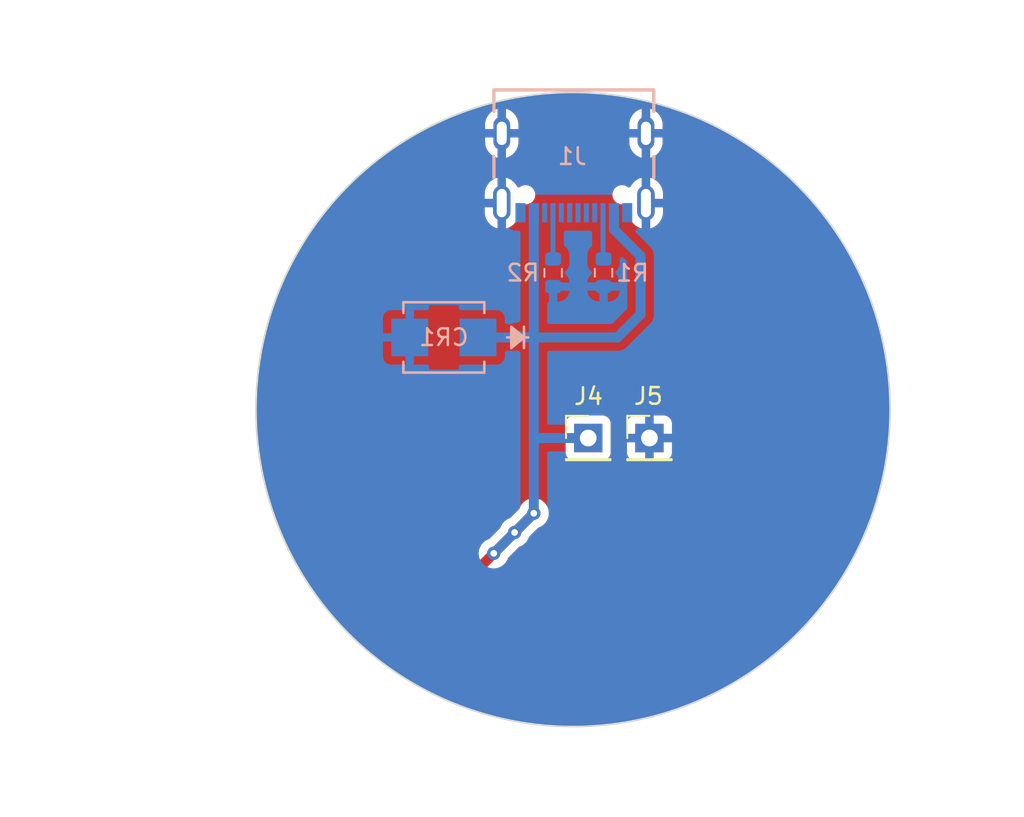
<source format=kicad_pcb>
(kicad_pcb (version 20221018) (generator pcbnew)
  (layers (0 "F.Cu" signal) (31 "B.Cu" signal) (34 "B.Paste" user) (35 "F.Paste" user) (36 "B.SilkS" user "B.Silkscreen") (37 "F.SilkS" user "F.Silkscreen") (38 "B.Mask" user) (39 "F.Mask" user) (44 "Edge.Cuts" user))
  (net 0 "")
  (net 1 "Net-(J2-Pin_1)")
  (net 2 "GND")
  (net 8 "Net-(J1-CC1)")
  (net 10 "Net-(J1-CC2)")
  (footprint "power_pad:power_pad_5mm" (layer "F.Cu") (at 144.86 111.8)
    (fp_text reference "J2" hide)
    (fp_text value "Charging Pad+")
    (pad "1" smd circle (at 0.45 -7.09) (size 5 5) (layers "F.Cu" "F.Paste" "F.Mask") (net 1 "Net-(J2-Pin_1)"))
  )
  (footprint "power_pad:power_pad_5mm" (layer "F.Cu") (at 164.34 103.5)
    (fp_text reference "J3" hide)
    (fp_text value "Charging Pad-")
    (pad "1" smd circle (at -4.57 1.16) (size 5 5) (layers "F.Cu" "F.Paste" "F.Mask") (net 2 "GND"))
  )
  (footprint "Connector_PinHeader_2.54mm:PinHeader_1x01_P2.54mm_Vertical" (layer "F.Cu") (at 157.09 95.35)
    (fp_text reference "J5" (at -0.06 -2.51) (layer "F.SilkS"))
    (fp_text value "Charging Pad+" hide)
    (fp_line (start -1.33 -1.33) (end 0 -1.33) (stroke (width 0.12)) (layer "F.SilkS"))
    (fp_line (start -1.33 0) (end -1.33 -1.33) (stroke (width 0.12)) (layer "F.SilkS"))
    (fp_line (start -1.33 1.27) (end -1.33 1.33) (stroke (width 0.12)) (layer "F.SilkS"))
    (fp_line (start -1.33 1.27) (end 1.33 1.27) (stroke (width 0.12)) (layer "F.SilkS"))
    (fp_line (start -1.33 1.33) (end 1.33 1.33) (stroke (width 0.12)) (layer "F.SilkS"))
    (fp_line (start 1.33 1.27) (end 1.33 1.33) (stroke (width 0.12)) (layer "F.SilkS"))
    (pad "1" thru_hole rect (at 0 0) (size 1.7 1.7) (drill 1) (layers "*.Cu" "*.Mask") (net 2 "GND"))
  )
  (footprint "Connector_PinHeader_2.54mm:PinHeader_1x01_P2.54mm_Vertical" (layer "F.Cu") (at 153.42 95.35)
    (fp_text reference "J4" (at 0.02 -2.5) (layer "F.SilkS"))
    (fp_text value "Charging Pad+" hide)
    (fp_line (start -1.33 -1.33) (end 0 -1.33) (stroke (width 0.12)) (layer "F.SilkS"))
    (fp_line (start -1.33 0) (end -1.33 -1.33) (stroke (width 0.12)) (layer "F.SilkS"))
    (fp_line (start -1.33 1.27) (end -1.33 1.33) (stroke (width 0.12)) (layer "F.SilkS"))
    (fp_line (start -1.33 1.27) (end 1.33 1.27) (stroke (width 0.12)) (layer "F.SilkS"))
    (fp_line (start -1.33 1.33) (end 1.33 1.33) (stroke (width 0.12)) (layer "F.SilkS"))
    (fp_line (start 1.33 1.27) (end 1.33 1.33) (stroke (width 0.12)) (layer "F.SilkS"))
    (pad "1" thru_hole rect (at 0 0) (size 1.7 1.7) (drill 1) (layers "*.Cu" "*.Mask") (net 1 "Net-(J2-Pin_1)"))
  )
  (footprint "USB4105-GF-A:GCT_USB4105-GF-A" (layer "B.Cu") (at 152.56 77.09)
    (fp_text reference "J1" (at -0.1 1.38) (layer "B.SilkS") (effects (justify mirror)))
    (fp_text value "USB4105-GF-A" hide)
    (fp_line (start -4.79 -2.6) (end 4.79 -2.6) (stroke (width 0.2)) (layer "B.SilkS"))
    (fp_line (start -4.79 -1.32) (end -4.79 -2.6) (stroke (width 0.2)) (layer "B.SilkS"))
    (fp_line (start -4.79 2.65) (end -4.79 1.4) (stroke (width 0.2)) (layer "B.SilkS"))
    (fp_line (start 4.79 -2.6) (end 4.79 -1.32) (stroke (width 0.2)) (layer "B.SilkS"))
    (fp_line (start 4.79 2.65) (end 4.79 1.4) (stroke (width 0.2)) (layer "B.SilkS"))
    (pad "" np_thru_hole circle (at -2.89 3.68) (size 0.65 0.65) (drill 0.65) (layers "*.Cu" "*.Mask"))
    (pad "" np_thru_hole circle (at 2.89 3.68) (size 0.65 0.65) (drill 0.65) (layers "*.Cu" "*.Mask"))
    (pad "A1_B12" smd rect (at -3.2 4.755) (size 0.6 1.15) (layers "B.Cu" "B.Paste" "B.Mask") (net 2 "GND"))
    (pad "A4_B9" smd rect (at -2.4 4.755) (size 0.6 1.15) (layers "B.Cu" "B.Paste" "B.Mask") (net 1 "Net-(J2-Pin_1)"))
    (pad "A5" smd rect (at -1.25 4.755) (size 0.3 1.15) (layers "B.Cu" "B.Paste" "B.Mask") (net 8 "Net-(J1-CC1)"))
    (pad "A6" smd rect (at -0.25 4.755) (size 0.3 1.15) (layers "B.Cu" "B.Paste" "B.Mask"))
    (pad "A7" smd rect (at 0.25 4.755) (size 0.3 1.15) (layers "B.Cu" "B.Paste" "B.Mask"))
    (pad "A8" smd rect (at 1.25 4.755) (size 0.3 1.15) (layers "B.Cu" "B.Paste" "B.Mask"))
    (pad "B1_A12" smd rect (at 3.2 4.755) (size 0.6 1.15) (layers "B.Cu" "B.Paste" "B.Mask") (net 2 "GND"))
    (pad "B4_A9" smd rect (at 2.4 4.755) (size 0.6 1.15) (layers "B.Cu" "B.Paste" "B.Mask") (net 1 "Net-(J2-Pin_1)"))
    (pad "B5" smd rect (at 1.75 4.755) (size 0.3 1.15) (layers "B.Cu" "B.Paste" "B.Mask") (net 10 "Net-(J1-CC2)"))
    (pad "B6" smd rect (at 0.75 4.755) (size 0.3 1.15) (layers "B.Cu" "B.Paste" "B.Mask"))
    (pad "B7" smd rect (at -0.75 4.755) (size 0.3 1.15) (layers "B.Cu" "B.Paste" "B.Mask"))
    (pad "B8" smd rect (at -1.75 4.755) (size 0.3 1.15) (layers "B.Cu" "B.Paste" "B.Mask"))
    (pad "S1" thru_hole oval (at -4.32 4.18) (size 1.05 2.1) (drill oval 0.6 1.7) (layers "*.Cu" "*.Mask") (net 2 "GND"))
    (pad "S2" thru_hole oval (at -4.32 0) (size 1 2) (drill oval 0.6 1.4) (layers "*.Cu" "*.Mask") (net 2 "GND"))
    (pad "S3" thru_hole oval (at 4.32 0) (size 1 2) (drill oval 0.6 1.4) (layers "*.Cu" "*.Mask") (net 2 "GND"))
    (pad "S4" thru_hole oval (at 4.32 4.18) (size 1.05 2.1) (drill oval 0.6 1.7) (layers "*.Cu" "*.Mask") (net 2 "GND"))
  )
  (footprint "Resistor_SMD:R_0603_1608Metric" (layer "B.Cu") (at 154.34 85.445 -90)
    (fp_text reference "R1" (at 0.015 -1.73) (layer "B.SilkS") (effects (justify mirror)))
    (fp_text value "5.1k" hide)
    (fp_line (start -0.237258 -0.5225) (end 0.237258 -0.5225) (stroke (width 0.12)) (layer "B.SilkS"))
    (fp_line (start -0.237258 0.5225) (end 0.237258 0.5225) (stroke (width 0.12)) (layer "B.SilkS"))
    (pad "1" smd roundrect (at -0.825 0 270) (size 0.8 0.95) (layers "B.Cu" "B.Paste" "B.Mask") (net 10 "Net-(J1-CC2)"))
    (pad "2" smd roundrect (at 0.825 0 270) (size 0.8 0.95) (layers "B.Cu" "B.Paste" "B.Mask") (net 2 "GND"))
  )
  (footprint "SMBJ5-0A-TR:SMB_STM" (layer "B.Cu") (at 144.77 89.32 180)
    (fp_text reference "CR1" (at 0 0 unlocked) (layer "B.SilkS") (effects (justify mirror)))
    (fp_text value "SMBJ5.0A-TR")
    (fp_line (start -4.8006 0) (end -4.0386 -0.635) (stroke (width 0.1524)) (layer "B.SilkS"))
    (fp_line (start -4.8006 0) (end -4.0386 -0.508) (stroke (width 0.1524)) (layer "B.SilkS"))
    (fp_line (start -4.8006 0) (end -4.0386 -0.381) (stroke (width 0.1524)) (layer "B.SilkS"))
    (fp_line (start -4.8006 0) (end -4.0386 -0.254) (stroke (width 0.1524)) (layer "B.SilkS"))
    (fp_line (start -4.8006 0) (end -4.0386 -0.127) (stroke (width 0.1524)) (layer "B.SilkS"))
    (fp_line (start -4.8006 0) (end -4.0386 0.127) (stroke (width 0.1524)) (layer "B.SilkS"))
    (fp_line (start -4.8006 0) (end -4.0386 0.254) (stroke (width 0.1524)) (layer "B.SilkS"))
    (fp_line (start -4.8006 0) (end -4.0386 0.381) (stroke (width 0.1524)) (layer "B.SilkS"))
    (fp_line (start -4.8006 0) (end -4.0386 0.508) (stroke (width 0.1524)) (layer "B.SilkS"))
    (fp_line (start -4.8006 0) (end -4.0386 0.635) (stroke (width 0.1524)) (layer "B.SilkS"))
    (fp_line (start -4.8006 0.635) (end -4.8006 -0.635) (stroke (width 0.1524)) (layer "B.SilkS"))
    (fp_line (start -4.0386 0.635) (end -4.0386 -0.635) (stroke (width 0.1524)) (layer "B.SilkS"))
    (fp_line (start -3.7846 0) (end -5.0546 0) (stroke (width 0.1524)) (layer "B.SilkS"))
    (fp_line (start -2.4257 -2.1082) (end 2.4257 -2.1082) (stroke (width 0.1524)) (layer "B.SilkS"))
    (fp_line (start -2.4257 -1.46304) (end -2.4257 -2.1082) (stroke (width 0.1524)) (layer "B.SilkS"))
    (fp_line (start -2.4257 2.1082) (end -2.4257 1.46304) (stroke (width 0.1524)) (layer "B.SilkS"))
    (fp_line (start 2.4257 -2.1082) (end 2.4257 -1.46304) (stroke (width 0.1524)) (layer "B.SilkS"))
    (fp_line (start 2.4257 1.46304) (end 2.4257 2.1082) (stroke (width 0.1524)) (layer "B.SilkS"))
    (fp_line (start 2.4257 2.1082) (end -2.4257 2.1082) (stroke (width 0.1524)) (layer "B.SilkS"))
    (pad "1" smd rect (at -2.0447 0 180) (size 2.2098 2.2606) (layers "B.Cu" "B.Paste" "B.Mask") (net 1 "Net-(J2-Pin_1)"))
    (pad "2" smd rect (at 2.0447 0 180) (size 2.2098 2.2606) (layers "B.Cu" "B.Paste" "B.Mask") (net 2 "GND"))
    (zone (net 0) (net_name "") (layer "B.Cu") (connect_pads (clearance 0)) (min_thickness 0.254)
      (keepout (tracks not_allowed) (vias not_allowed) (pads allowed) (copperpour not_allowed) (footprints allowed))
      (fill (thermal_gap 0.508) (thermal_bridge_width 0.508))
      (polygon (pts (xy 145.659 87.3896) (xy 143.881 87.3896) (xy 143.881 91.2504) (xy 145.659 91.2504)))
    )
  )
  (footprint "Resistor_SMD:R_0603_1608Metric" (layer "B.Cu") (at 151.32 85.45 -90)
    (fp_text reference "R2" (at 0 1.81) (layer "B.SilkS") (effects (justify mirror)))
    (fp_text value "5.1k" hide)
    (fp_line (start -0.237258 -0.5225) (end 0.237258 -0.5225) (stroke (width 0.12)) (layer "B.SilkS"))
    (fp_line (start -0.237258 0.5225) (end 0.237258 0.5225) (stroke (width 0.12)) (layer "B.SilkS"))
    (pad "1" smd roundrect (at -0.825 0 270) (size 0.8 0.95) (layers "B.Cu" "B.Paste" "B.Mask") (net 8 "Net-(J1-CC1)"))
    (pad "2" smd roundrect (at 0.825 0 270) (size 0.8 0.95) (layers "B.Cu" "B.Paste" "B.Mask") (net 2 "GND"))
  )
  (gr_circle (center 152.51 93.64) (end 171.51 93.64) (stroke (width 0.1)) (fill none) (layer "Edge.Cuts"))
  (segment (start 147.76 102.26) (end 145.31 104.71) (width 0.6) (layer "F.Cu") (net 1))
  (segment (start 149.01 101.01) (end 147.76 102.26) (width 0.6) (layer "F.Cu") (net 1))
  (segment (start 150.16 99.86) (end 149.01 101.01) (width 0.6) (layer "F.Cu") (net 1))
  (via (at 149.01 101.01) (size 0.8) (drill 0.4) (layers "F.Cu" "B.Cu") (net 1))
  (via (at 150.16 99.86) (size 0.8) (drill 0.4) (layers "F.Cu" "B.Cu") (net 1))
  (via (at 147.76 102.26) (size 0.8) (drill 0.4) (layers "F.Cu" "B.Cu") (net 1))
  (segment (start 150.18 89.32) (end 149.27 89.32) (width 0.6) (layer "B.Cu") (net 1))
  (segment (start 150.16 99.86) (end 149.01 101.01) (width 0.6) (layer "B.Cu") (net 1))
  (segment (start 150.16 99.86) (end 150.16 95.38) (width 0.6) (layer "B.Cu") (net 1))
  (segment (start 155.17 89.32) (end 150.18 89.32) (width 0.6) (layer "B.Cu") (net 1))
  (segment (start 150.16 89.3) (end 150.18 89.32) (width 0.6) (layer "B.Cu") (net 1))
  (segment (start 150.19 95.35) (end 153.42 95.35) (width 0.6) (layer "B.Cu") (net 1))
  (segment (start 150.16 81.845) (end 150.16 89.3) (width 0.6) (layer "B.Cu") (net 1))
  (segment (start 156.56 84.45) (end 156.56 87.93) (width 0.6) (layer "B.Cu") (net 1))
  (segment (start 149.27 89.32) (end 146.8147 89.32) (width 0.6) (layer "B.Cu") (net 1))
  (segment (start 156.56 87.93) (end 155.17 89.32) (width 0.6) (layer "B.Cu") (net 1))
  (segment (start 149.27 89.21) (end 149.27 89.32) (width 0.6) (layer "B.Cu") (net 1))
  (segment (start 154.96 81.845) (end 154.96 82.85) (width 0.6) (layer "B.Cu") (net 1))
  (segment (start 150.16 95.38) (end 150.16 89.3) (width 0.6) (layer "B.Cu") (net 1))
  (segment (start 150.16 95.38) (end 150.19 95.35) (width 0.6) (layer "B.Cu") (net 1))
  (segment (start 154.96 82.85) (end 156.56 84.45) (width 0.6) (layer "B.Cu") (net 1))
  (segment (start 149.01 101.01) (end 147.76 102.26) (width 0.6) (layer "B.Cu") (net 1))
  (segment (start 151.31 84.615) (end 151.32 84.625) (width 0.25) (layer "B.Cu") (net 8))
  (segment (start 151.31 81.845) (end 151.31 84.615) (width 0.3) (layer "B.Cu") (net 8))
  (segment (start 154.31 84.59) (end 154.34 84.62) (width 0.25) (layer "B.Cu") (net 10))
  (segment (start 154.31 81.845) (end 154.31 84.59) (width 0.3) (layer "B.Cu") (net 10))
  (zone (net 2) (net_name "GND") (layers "F&B.Cu") (connect_pads (clearance 0.5)) (min_thickness 0.25) (fill yes (thermal_gap 0.5) (thermal_bridge_width 0.5))
    (polygon (pts (xy 119.51 69.1) (xy 118.17 70.44) (xy 118.17 118.09) (xy 177.8 118.09) (xy 179.56 116.33) (xy 179.56 69.61) (xy 179.05 69.1)))
  )
)
</source>
